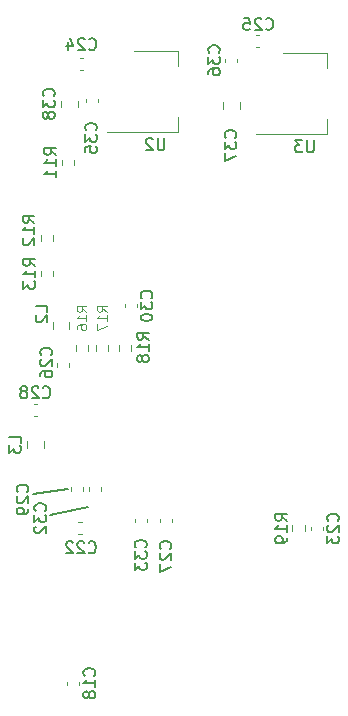
<source format=gbr>
%TF.GenerationSoftware,KiCad,Pcbnew,6.0.4-6f826c9f35~116~ubuntu20.04.1*%
%TF.CreationDate,2022-06-28T22:35:15+00:00*%
%TF.ProjectId,ADCoctoSPI01B,4144436f-6374-46f5-9350-493031422e6b,rev?*%
%TF.SameCoordinates,Original*%
%TF.FileFunction,Legend,Bot*%
%TF.FilePolarity,Positive*%
%FSLAX46Y46*%
G04 Gerber Fmt 4.6, Leading zero omitted, Abs format (unit mm)*
G04 Created by KiCad (PCBNEW 6.0.4-6f826c9f35~116~ubuntu20.04.1) date 2022-06-28 22:35:15*
%MOMM*%
%LPD*%
G01*
G04 APERTURE LIST*
%ADD10C,0.150000*%
%ADD11C,0.100000*%
%ADD12C,0.120000*%
G04 APERTURE END LIST*
D10*
X87200000Y-107300000D02*
X90200000Y-106900000D01*
X88700000Y-109100000D02*
X91900000Y-108400000D01*
%TO.C,U2*%
X98361904Y-77214900D02*
X98361904Y-78024424D01*
X98314285Y-78119662D01*
X98266666Y-78167281D01*
X98171428Y-78214900D01*
X97980952Y-78214900D01*
X97885714Y-78167281D01*
X97838095Y-78119662D01*
X97790476Y-78024424D01*
X97790476Y-77214900D01*
X97361904Y-77310139D02*
X97314285Y-77262520D01*
X97219047Y-77214900D01*
X96980952Y-77214900D01*
X96885714Y-77262520D01*
X96838095Y-77310139D01*
X96790476Y-77405377D01*
X96790476Y-77500615D01*
X96838095Y-77643472D01*
X97409523Y-78214900D01*
X96790476Y-78214900D01*
%TO.C,U3*%
X111000444Y-77393940D02*
X111000444Y-78203464D01*
X110952825Y-78298702D01*
X110905206Y-78346321D01*
X110809968Y-78393940D01*
X110619492Y-78393940D01*
X110524254Y-78346321D01*
X110476635Y-78298702D01*
X110429016Y-78203464D01*
X110429016Y-77393940D01*
X110048063Y-77393940D02*
X109429016Y-77393940D01*
X109762349Y-77774893D01*
X109619492Y-77774893D01*
X109524254Y-77822512D01*
X109476635Y-77870131D01*
X109429016Y-77965369D01*
X109429016Y-78203464D01*
X109476635Y-78298702D01*
X109524254Y-78346321D01*
X109619492Y-78393940D01*
X109905206Y-78393940D01*
X110000444Y-78346321D01*
X110048063Y-78298702D01*
%TO.C,R19*%
X108752380Y-109593142D02*
X108276190Y-109259809D01*
X108752380Y-109021714D02*
X107752380Y-109021714D01*
X107752380Y-109402666D01*
X107800000Y-109497904D01*
X107847619Y-109545523D01*
X107942857Y-109593142D01*
X108085714Y-109593142D01*
X108180952Y-109545523D01*
X108228571Y-109497904D01*
X108276190Y-109402666D01*
X108276190Y-109021714D01*
X108752380Y-110545523D02*
X108752380Y-109974095D01*
X108752380Y-110259809D02*
X107752380Y-110259809D01*
X107895238Y-110164571D01*
X107990476Y-110069333D01*
X108038095Y-109974095D01*
X108752380Y-111021714D02*
X108752380Y-111212190D01*
X108704761Y-111307428D01*
X108657142Y-111355047D01*
X108514285Y-111450285D01*
X108323809Y-111497904D01*
X107942857Y-111497904D01*
X107847619Y-111450285D01*
X107800000Y-111402666D01*
X107752380Y-111307428D01*
X107752380Y-111116952D01*
X107800000Y-111021714D01*
X107847619Y-110974095D01*
X107942857Y-110926476D01*
X108180952Y-110926476D01*
X108276190Y-110974095D01*
X108323809Y-111021714D01*
X108371428Y-111116952D01*
X108371428Y-111307428D01*
X108323809Y-111402666D01*
X108276190Y-111450285D01*
X108180952Y-111497904D01*
%TO.C,R11*%
X89202540Y-78620382D02*
X88726350Y-78287049D01*
X89202540Y-78048954D02*
X88202540Y-78048954D01*
X88202540Y-78429906D01*
X88250160Y-78525144D01*
X88297779Y-78572763D01*
X88393017Y-78620382D01*
X88535874Y-78620382D01*
X88631112Y-78572763D01*
X88678731Y-78525144D01*
X88726350Y-78429906D01*
X88726350Y-78048954D01*
X89202540Y-79572763D02*
X89202540Y-79001335D01*
X89202540Y-79287049D02*
X88202540Y-79287049D01*
X88345398Y-79191811D01*
X88440636Y-79096573D01*
X88488255Y-79001335D01*
X89202540Y-80525144D02*
X89202540Y-79953716D01*
X89202540Y-80239430D02*
X88202540Y-80239430D01*
X88345398Y-80144192D01*
X88440636Y-80048954D01*
X88488255Y-79953716D01*
%TO.C,R12*%
X87352380Y-84357142D02*
X86876190Y-84023809D01*
X87352380Y-83785714D02*
X86352380Y-83785714D01*
X86352380Y-84166666D01*
X86400000Y-84261904D01*
X86447619Y-84309523D01*
X86542857Y-84357142D01*
X86685714Y-84357142D01*
X86780952Y-84309523D01*
X86828571Y-84261904D01*
X86876190Y-84166666D01*
X86876190Y-83785714D01*
X87352380Y-85309523D02*
X87352380Y-84738095D01*
X87352380Y-85023809D02*
X86352380Y-85023809D01*
X86495238Y-84928571D01*
X86590476Y-84833333D01*
X86638095Y-84738095D01*
X86447619Y-85690476D02*
X86400000Y-85738095D01*
X86352380Y-85833333D01*
X86352380Y-86071428D01*
X86400000Y-86166666D01*
X86447619Y-86214285D01*
X86542857Y-86261904D01*
X86638095Y-86261904D01*
X86780952Y-86214285D01*
X87352380Y-85642857D01*
X87352380Y-86261904D01*
%TO.C,R13*%
X87422380Y-88032142D02*
X86946190Y-87698809D01*
X87422380Y-87460714D02*
X86422380Y-87460714D01*
X86422380Y-87841666D01*
X86470000Y-87936904D01*
X86517619Y-87984523D01*
X86612857Y-88032142D01*
X86755714Y-88032142D01*
X86850952Y-87984523D01*
X86898571Y-87936904D01*
X86946190Y-87841666D01*
X86946190Y-87460714D01*
X87422380Y-88984523D02*
X87422380Y-88413095D01*
X87422380Y-88698809D02*
X86422380Y-88698809D01*
X86565238Y-88603571D01*
X86660476Y-88508333D01*
X86708095Y-88413095D01*
X86422380Y-89317857D02*
X86422380Y-89936904D01*
X86803333Y-89603571D01*
X86803333Y-89746428D01*
X86850952Y-89841666D01*
X86898571Y-89889285D01*
X86993809Y-89936904D01*
X87231904Y-89936904D01*
X87327142Y-89889285D01*
X87374761Y-89841666D01*
X87422380Y-89746428D01*
X87422380Y-89460714D01*
X87374761Y-89365476D01*
X87327142Y-89317857D01*
D11*
%TO.C,R16*%
X91761904Y-91885714D02*
X91380952Y-91619047D01*
X91761904Y-91428571D02*
X90961904Y-91428571D01*
X90961904Y-91733333D01*
X91000000Y-91809523D01*
X91038095Y-91847619D01*
X91114285Y-91885714D01*
X91228571Y-91885714D01*
X91304761Y-91847619D01*
X91342857Y-91809523D01*
X91380952Y-91733333D01*
X91380952Y-91428571D01*
X91761904Y-92647619D02*
X91761904Y-92190476D01*
X91761904Y-92419047D02*
X90961904Y-92419047D01*
X91076190Y-92342857D01*
X91152380Y-92266666D01*
X91190476Y-92190476D01*
X90961904Y-93333333D02*
X90961904Y-93180952D01*
X91000000Y-93104761D01*
X91038095Y-93066666D01*
X91152380Y-92990476D01*
X91304761Y-92952380D01*
X91609523Y-92952380D01*
X91685714Y-92990476D01*
X91723809Y-93028571D01*
X91761904Y-93104761D01*
X91761904Y-93257142D01*
X91723809Y-93333333D01*
X91685714Y-93371428D01*
X91609523Y-93409523D01*
X91419047Y-93409523D01*
X91342857Y-93371428D01*
X91304761Y-93333333D01*
X91266666Y-93257142D01*
X91266666Y-93104761D01*
X91304761Y-93028571D01*
X91342857Y-92990476D01*
X91419047Y-92952380D01*
%TO.C,R17*%
X93461904Y-91885714D02*
X93080952Y-91619047D01*
X93461904Y-91428571D02*
X92661904Y-91428571D01*
X92661904Y-91733333D01*
X92700000Y-91809523D01*
X92738095Y-91847619D01*
X92814285Y-91885714D01*
X92928571Y-91885714D01*
X93004761Y-91847619D01*
X93042857Y-91809523D01*
X93080952Y-91733333D01*
X93080952Y-91428571D01*
X93461904Y-92647619D02*
X93461904Y-92190476D01*
X93461904Y-92419047D02*
X92661904Y-92419047D01*
X92776190Y-92342857D01*
X92852380Y-92266666D01*
X92890476Y-92190476D01*
X92661904Y-92914285D02*
X92661904Y-93447619D01*
X93461904Y-93104761D01*
D10*
%TO.C,R18*%
X97052380Y-94257142D02*
X96576190Y-93923809D01*
X97052380Y-93685714D02*
X96052380Y-93685714D01*
X96052380Y-94066666D01*
X96100000Y-94161904D01*
X96147619Y-94209523D01*
X96242857Y-94257142D01*
X96385714Y-94257142D01*
X96480952Y-94209523D01*
X96528571Y-94161904D01*
X96576190Y-94066666D01*
X96576190Y-93685714D01*
X97052380Y-95209523D02*
X97052380Y-94638095D01*
X97052380Y-94923809D02*
X96052380Y-94923809D01*
X96195238Y-94828571D01*
X96290476Y-94733333D01*
X96338095Y-94638095D01*
X96480952Y-95780952D02*
X96433333Y-95685714D01*
X96385714Y-95638095D01*
X96290476Y-95590476D01*
X96242857Y-95590476D01*
X96147619Y-95638095D01*
X96100000Y-95685714D01*
X96052380Y-95780952D01*
X96052380Y-95971428D01*
X96100000Y-96066666D01*
X96147619Y-96114285D01*
X96242857Y-96161904D01*
X96290476Y-96161904D01*
X96385714Y-96114285D01*
X96433333Y-96066666D01*
X96480952Y-95971428D01*
X96480952Y-95780952D01*
X96528571Y-95685714D01*
X96576190Y-95638095D01*
X96671428Y-95590476D01*
X96861904Y-95590476D01*
X96957142Y-95638095D01*
X97004761Y-95685714D01*
X97052380Y-95780952D01*
X97052380Y-95971428D01*
X97004761Y-96066666D01*
X96957142Y-96114285D01*
X96861904Y-96161904D01*
X96671428Y-96161904D01*
X96576190Y-96114285D01*
X96528571Y-96066666D01*
X96480952Y-95971428D01*
%TO.C,C26*%
X88757142Y-95557142D02*
X88804761Y-95509523D01*
X88852380Y-95366666D01*
X88852380Y-95271428D01*
X88804761Y-95128571D01*
X88709523Y-95033333D01*
X88614285Y-94985714D01*
X88423809Y-94938095D01*
X88280952Y-94938095D01*
X88090476Y-94985714D01*
X87995238Y-95033333D01*
X87900000Y-95128571D01*
X87852380Y-95271428D01*
X87852380Y-95366666D01*
X87900000Y-95509523D01*
X87947619Y-95557142D01*
X87947619Y-95938095D02*
X87900000Y-95985714D01*
X87852380Y-96080952D01*
X87852380Y-96319047D01*
X87900000Y-96414285D01*
X87947619Y-96461904D01*
X88042857Y-96509523D01*
X88138095Y-96509523D01*
X88280952Y-96461904D01*
X88852380Y-95890476D01*
X88852380Y-96509523D01*
X87852380Y-97366666D02*
X87852380Y-97176190D01*
X87900000Y-97080952D01*
X87947619Y-97033333D01*
X88090476Y-96938095D01*
X88280952Y-96890476D01*
X88661904Y-96890476D01*
X88757142Y-96938095D01*
X88804761Y-96985714D01*
X88852380Y-97080952D01*
X88852380Y-97271428D01*
X88804761Y-97366666D01*
X88757142Y-97414285D01*
X88661904Y-97461904D01*
X88423809Y-97461904D01*
X88328571Y-97414285D01*
X88280952Y-97366666D01*
X88233333Y-97271428D01*
X88233333Y-97080952D01*
X88280952Y-96985714D01*
X88328571Y-96938095D01*
X88423809Y-96890476D01*
%TO.C,C29*%
X86757142Y-107157142D02*
X86804761Y-107109523D01*
X86852380Y-106966666D01*
X86852380Y-106871428D01*
X86804761Y-106728571D01*
X86709523Y-106633333D01*
X86614285Y-106585714D01*
X86423809Y-106538095D01*
X86280952Y-106538095D01*
X86090476Y-106585714D01*
X85995238Y-106633333D01*
X85900000Y-106728571D01*
X85852380Y-106871428D01*
X85852380Y-106966666D01*
X85900000Y-107109523D01*
X85947619Y-107157142D01*
X85947619Y-107538095D02*
X85900000Y-107585714D01*
X85852380Y-107680952D01*
X85852380Y-107919047D01*
X85900000Y-108014285D01*
X85947619Y-108061904D01*
X86042857Y-108109523D01*
X86138095Y-108109523D01*
X86280952Y-108061904D01*
X86852380Y-107490476D01*
X86852380Y-108109523D01*
X86852380Y-108585714D02*
X86852380Y-108776190D01*
X86804761Y-108871428D01*
X86757142Y-108919047D01*
X86614285Y-109014285D01*
X86423809Y-109061904D01*
X86042857Y-109061904D01*
X85947619Y-109014285D01*
X85900000Y-108966666D01*
X85852380Y-108871428D01*
X85852380Y-108680952D01*
X85900000Y-108585714D01*
X85947619Y-108538095D01*
X86042857Y-108490476D01*
X86280952Y-108490476D01*
X86376190Y-108538095D01*
X86423809Y-108585714D01*
X86471428Y-108680952D01*
X86471428Y-108871428D01*
X86423809Y-108966666D01*
X86376190Y-109014285D01*
X86280952Y-109061904D01*
%TO.C,C32*%
X88257142Y-108757142D02*
X88304761Y-108709523D01*
X88352380Y-108566666D01*
X88352380Y-108471428D01*
X88304761Y-108328571D01*
X88209523Y-108233333D01*
X88114285Y-108185714D01*
X87923809Y-108138095D01*
X87780952Y-108138095D01*
X87590476Y-108185714D01*
X87495238Y-108233333D01*
X87400000Y-108328571D01*
X87352380Y-108471428D01*
X87352380Y-108566666D01*
X87400000Y-108709523D01*
X87447619Y-108757142D01*
X87352380Y-109090476D02*
X87352380Y-109709523D01*
X87733333Y-109376190D01*
X87733333Y-109519047D01*
X87780952Y-109614285D01*
X87828571Y-109661904D01*
X87923809Y-109709523D01*
X88161904Y-109709523D01*
X88257142Y-109661904D01*
X88304761Y-109614285D01*
X88352380Y-109519047D01*
X88352380Y-109233333D01*
X88304761Y-109138095D01*
X88257142Y-109090476D01*
X87447619Y-110090476D02*
X87400000Y-110138095D01*
X87352380Y-110233333D01*
X87352380Y-110471428D01*
X87400000Y-110566666D01*
X87447619Y-110614285D01*
X87542857Y-110661904D01*
X87638095Y-110661904D01*
X87780952Y-110614285D01*
X88352380Y-110042857D01*
X88352380Y-110661904D01*
%TO.C,C23*%
X113039142Y-109605142D02*
X113086761Y-109557523D01*
X113134380Y-109414666D01*
X113134380Y-109319428D01*
X113086761Y-109176571D01*
X112991523Y-109081333D01*
X112896285Y-109033714D01*
X112705809Y-108986095D01*
X112562952Y-108986095D01*
X112372476Y-109033714D01*
X112277238Y-109081333D01*
X112182000Y-109176571D01*
X112134380Y-109319428D01*
X112134380Y-109414666D01*
X112182000Y-109557523D01*
X112229619Y-109605142D01*
X112229619Y-109986095D02*
X112182000Y-110033714D01*
X112134380Y-110128952D01*
X112134380Y-110367047D01*
X112182000Y-110462285D01*
X112229619Y-110509904D01*
X112324857Y-110557523D01*
X112420095Y-110557523D01*
X112562952Y-110509904D01*
X113134380Y-109938476D01*
X113134380Y-110557523D01*
X112134380Y-110890857D02*
X112134380Y-111509904D01*
X112515333Y-111176571D01*
X112515333Y-111319428D01*
X112562952Y-111414666D01*
X112610571Y-111462285D01*
X112705809Y-111509904D01*
X112943904Y-111509904D01*
X113039142Y-111462285D01*
X113086761Y-111414666D01*
X113134380Y-111319428D01*
X113134380Y-111033714D01*
X113086761Y-110938476D01*
X113039142Y-110890857D01*
%TO.C,C18*%
X92414342Y-122707142D02*
X92461961Y-122659523D01*
X92509580Y-122516666D01*
X92509580Y-122421428D01*
X92461961Y-122278571D01*
X92366723Y-122183333D01*
X92271485Y-122135714D01*
X92081009Y-122088095D01*
X91938152Y-122088095D01*
X91747676Y-122135714D01*
X91652438Y-122183333D01*
X91557200Y-122278571D01*
X91509580Y-122421428D01*
X91509580Y-122516666D01*
X91557200Y-122659523D01*
X91604819Y-122707142D01*
X92509580Y-123659523D02*
X92509580Y-123088095D01*
X92509580Y-123373809D02*
X91509580Y-123373809D01*
X91652438Y-123278571D01*
X91747676Y-123183333D01*
X91795295Y-123088095D01*
X91938152Y-124230952D02*
X91890533Y-124135714D01*
X91842914Y-124088095D01*
X91747676Y-124040476D01*
X91700057Y-124040476D01*
X91604819Y-124088095D01*
X91557200Y-124135714D01*
X91509580Y-124230952D01*
X91509580Y-124421428D01*
X91557200Y-124516666D01*
X91604819Y-124564285D01*
X91700057Y-124611904D01*
X91747676Y-124611904D01*
X91842914Y-124564285D01*
X91890533Y-124516666D01*
X91938152Y-124421428D01*
X91938152Y-124230952D01*
X91985771Y-124135714D01*
X92033390Y-124088095D01*
X92128628Y-124040476D01*
X92319104Y-124040476D01*
X92414342Y-124088095D01*
X92461961Y-124135714D01*
X92509580Y-124230952D01*
X92509580Y-124421428D01*
X92461961Y-124516666D01*
X92414342Y-124564285D01*
X92319104Y-124611904D01*
X92128628Y-124611904D01*
X92033390Y-124564285D01*
X91985771Y-124516666D01*
X91938152Y-124421428D01*
%TO.C,C24*%
X91981257Y-69657142D02*
X92028876Y-69704761D01*
X92171733Y-69752380D01*
X92266971Y-69752380D01*
X92409828Y-69704761D01*
X92505066Y-69609523D01*
X92552685Y-69514285D01*
X92600304Y-69323809D01*
X92600304Y-69180952D01*
X92552685Y-68990476D01*
X92505066Y-68895238D01*
X92409828Y-68800000D01*
X92266971Y-68752380D01*
X92171733Y-68752380D01*
X92028876Y-68800000D01*
X91981257Y-68847619D01*
X91600304Y-68847619D02*
X91552685Y-68800000D01*
X91457447Y-68752380D01*
X91219352Y-68752380D01*
X91124114Y-68800000D01*
X91076495Y-68847619D01*
X91028876Y-68942857D01*
X91028876Y-69038095D01*
X91076495Y-69180952D01*
X91647923Y-69752380D01*
X91028876Y-69752380D01*
X90171733Y-69085714D02*
X90171733Y-69752380D01*
X90409828Y-68704761D02*
X90647923Y-69419047D01*
X90028876Y-69419047D01*
%TO.C,C25*%
X106942857Y-67957142D02*
X106990476Y-68004761D01*
X107133333Y-68052380D01*
X107228571Y-68052380D01*
X107371428Y-68004761D01*
X107466666Y-67909523D01*
X107514285Y-67814285D01*
X107561904Y-67623809D01*
X107561904Y-67480952D01*
X107514285Y-67290476D01*
X107466666Y-67195238D01*
X107371428Y-67100000D01*
X107228571Y-67052380D01*
X107133333Y-67052380D01*
X106990476Y-67100000D01*
X106942857Y-67147619D01*
X106561904Y-67147619D02*
X106514285Y-67100000D01*
X106419047Y-67052380D01*
X106180952Y-67052380D01*
X106085714Y-67100000D01*
X106038095Y-67147619D01*
X105990476Y-67242857D01*
X105990476Y-67338095D01*
X106038095Y-67480952D01*
X106609523Y-68052380D01*
X105990476Y-68052380D01*
X105085714Y-67052380D02*
X105561904Y-67052380D01*
X105609523Y-67528571D01*
X105561904Y-67480952D01*
X105466666Y-67433333D01*
X105228571Y-67433333D01*
X105133333Y-67480952D01*
X105085714Y-67528571D01*
X105038095Y-67623809D01*
X105038095Y-67861904D01*
X105085714Y-67957142D01*
X105133333Y-68004761D01*
X105228571Y-68052380D01*
X105466666Y-68052380D01*
X105561904Y-68004761D01*
X105609523Y-67957142D01*
%TO.C,C35*%
X92557142Y-76557142D02*
X92604761Y-76509523D01*
X92652380Y-76366666D01*
X92652380Y-76271428D01*
X92604761Y-76128571D01*
X92509523Y-76033333D01*
X92414285Y-75985714D01*
X92223809Y-75938095D01*
X92080952Y-75938095D01*
X91890476Y-75985714D01*
X91795238Y-76033333D01*
X91700000Y-76128571D01*
X91652380Y-76271428D01*
X91652380Y-76366666D01*
X91700000Y-76509523D01*
X91747619Y-76557142D01*
X91652380Y-76890476D02*
X91652380Y-77509523D01*
X92033333Y-77176190D01*
X92033333Y-77319047D01*
X92080952Y-77414285D01*
X92128571Y-77461904D01*
X92223809Y-77509523D01*
X92461904Y-77509523D01*
X92557142Y-77461904D01*
X92604761Y-77414285D01*
X92652380Y-77319047D01*
X92652380Y-77033333D01*
X92604761Y-76938095D01*
X92557142Y-76890476D01*
X91652380Y-78414285D02*
X91652380Y-77938095D01*
X92128571Y-77890476D01*
X92080952Y-77938095D01*
X92033333Y-78033333D01*
X92033333Y-78271428D01*
X92080952Y-78366666D01*
X92128571Y-78414285D01*
X92223809Y-78461904D01*
X92461904Y-78461904D01*
X92557142Y-78414285D01*
X92604761Y-78366666D01*
X92652380Y-78271428D01*
X92652380Y-78033333D01*
X92604761Y-77938095D01*
X92557142Y-77890476D01*
%TO.C,C36*%
X102965542Y-69974922D02*
X103013161Y-69927303D01*
X103060780Y-69784446D01*
X103060780Y-69689208D01*
X103013161Y-69546351D01*
X102917923Y-69451113D01*
X102822685Y-69403494D01*
X102632209Y-69355875D01*
X102489352Y-69355875D01*
X102298876Y-69403494D01*
X102203638Y-69451113D01*
X102108400Y-69546351D01*
X102060780Y-69689208D01*
X102060780Y-69784446D01*
X102108400Y-69927303D01*
X102156019Y-69974922D01*
X102060780Y-70308256D02*
X102060780Y-70927303D01*
X102441733Y-70593970D01*
X102441733Y-70736827D01*
X102489352Y-70832065D01*
X102536971Y-70879684D01*
X102632209Y-70927303D01*
X102870304Y-70927303D01*
X102965542Y-70879684D01*
X103013161Y-70832065D01*
X103060780Y-70736827D01*
X103060780Y-70451113D01*
X103013161Y-70355875D01*
X102965542Y-70308256D01*
X102060780Y-71784446D02*
X102060780Y-71593970D01*
X102108400Y-71498732D01*
X102156019Y-71451113D01*
X102298876Y-71355875D01*
X102489352Y-71308256D01*
X102870304Y-71308256D01*
X102965542Y-71355875D01*
X103013161Y-71403494D01*
X103060780Y-71498732D01*
X103060780Y-71689208D01*
X103013161Y-71784446D01*
X102965542Y-71832065D01*
X102870304Y-71879684D01*
X102632209Y-71879684D01*
X102536971Y-71832065D01*
X102489352Y-71784446D01*
X102441733Y-71689208D01*
X102441733Y-71498732D01*
X102489352Y-71403494D01*
X102536971Y-71355875D01*
X102632209Y-71308256D01*
%TO.C,C27*%
X98857142Y-111957142D02*
X98904761Y-111909523D01*
X98952380Y-111766666D01*
X98952380Y-111671428D01*
X98904761Y-111528571D01*
X98809523Y-111433333D01*
X98714285Y-111385714D01*
X98523809Y-111338095D01*
X98380952Y-111338095D01*
X98190476Y-111385714D01*
X98095238Y-111433333D01*
X98000000Y-111528571D01*
X97952380Y-111671428D01*
X97952380Y-111766666D01*
X98000000Y-111909523D01*
X98047619Y-111957142D01*
X98047619Y-112338095D02*
X98000000Y-112385714D01*
X97952380Y-112480952D01*
X97952380Y-112719047D01*
X98000000Y-112814285D01*
X98047619Y-112861904D01*
X98142857Y-112909523D01*
X98238095Y-112909523D01*
X98380952Y-112861904D01*
X98952380Y-112290476D01*
X98952380Y-112909523D01*
X97952380Y-113242857D02*
X97952380Y-113909523D01*
X98952380Y-113480952D01*
%TO.C,C30*%
X97257142Y-90757142D02*
X97304761Y-90709523D01*
X97352380Y-90566666D01*
X97352380Y-90471428D01*
X97304761Y-90328571D01*
X97209523Y-90233333D01*
X97114285Y-90185714D01*
X96923809Y-90138095D01*
X96780952Y-90138095D01*
X96590476Y-90185714D01*
X96495238Y-90233333D01*
X96400000Y-90328571D01*
X96352380Y-90471428D01*
X96352380Y-90566666D01*
X96400000Y-90709523D01*
X96447619Y-90757142D01*
X96352380Y-91090476D02*
X96352380Y-91709523D01*
X96733333Y-91376190D01*
X96733333Y-91519047D01*
X96780952Y-91614285D01*
X96828571Y-91661904D01*
X96923809Y-91709523D01*
X97161904Y-91709523D01*
X97257142Y-91661904D01*
X97304761Y-91614285D01*
X97352380Y-91519047D01*
X97352380Y-91233333D01*
X97304761Y-91138095D01*
X97257142Y-91090476D01*
X96352380Y-92328571D02*
X96352380Y-92423809D01*
X96400000Y-92519047D01*
X96447619Y-92566666D01*
X96542857Y-92614285D01*
X96733333Y-92661904D01*
X96971428Y-92661904D01*
X97161904Y-92614285D01*
X97257142Y-92566666D01*
X97304761Y-92519047D01*
X97352380Y-92423809D01*
X97352380Y-92328571D01*
X97304761Y-92233333D01*
X97257142Y-92185714D01*
X97161904Y-92138095D01*
X96971428Y-92090476D01*
X96733333Y-92090476D01*
X96542857Y-92138095D01*
X96447619Y-92185714D01*
X96400000Y-92233333D01*
X96352380Y-92328571D01*
%TO.C,C33*%
X96757142Y-111857142D02*
X96804761Y-111809523D01*
X96852380Y-111666666D01*
X96852380Y-111571428D01*
X96804761Y-111428571D01*
X96709523Y-111333333D01*
X96614285Y-111285714D01*
X96423809Y-111238095D01*
X96280952Y-111238095D01*
X96090476Y-111285714D01*
X95995238Y-111333333D01*
X95900000Y-111428571D01*
X95852380Y-111571428D01*
X95852380Y-111666666D01*
X95900000Y-111809523D01*
X95947619Y-111857142D01*
X95852380Y-112190476D02*
X95852380Y-112809523D01*
X96233333Y-112476190D01*
X96233333Y-112619047D01*
X96280952Y-112714285D01*
X96328571Y-112761904D01*
X96423809Y-112809523D01*
X96661904Y-112809523D01*
X96757142Y-112761904D01*
X96804761Y-112714285D01*
X96852380Y-112619047D01*
X96852380Y-112333333D01*
X96804761Y-112238095D01*
X96757142Y-112190476D01*
X95852380Y-113142857D02*
X95852380Y-113761904D01*
X96233333Y-113428571D01*
X96233333Y-113571428D01*
X96280952Y-113666666D01*
X96328571Y-113714285D01*
X96423809Y-113761904D01*
X96661904Y-113761904D01*
X96757142Y-113714285D01*
X96804761Y-113666666D01*
X96852380Y-113571428D01*
X96852380Y-113285714D01*
X96804761Y-113190476D01*
X96757142Y-113142857D01*
%TO.C,C28*%
X88067857Y-99127142D02*
X88115476Y-99174761D01*
X88258333Y-99222380D01*
X88353571Y-99222380D01*
X88496428Y-99174761D01*
X88591666Y-99079523D01*
X88639285Y-98984285D01*
X88686904Y-98793809D01*
X88686904Y-98650952D01*
X88639285Y-98460476D01*
X88591666Y-98365238D01*
X88496428Y-98270000D01*
X88353571Y-98222380D01*
X88258333Y-98222380D01*
X88115476Y-98270000D01*
X88067857Y-98317619D01*
X87686904Y-98317619D02*
X87639285Y-98270000D01*
X87544047Y-98222380D01*
X87305952Y-98222380D01*
X87210714Y-98270000D01*
X87163095Y-98317619D01*
X87115476Y-98412857D01*
X87115476Y-98508095D01*
X87163095Y-98650952D01*
X87734523Y-99222380D01*
X87115476Y-99222380D01*
X86544047Y-98650952D02*
X86639285Y-98603333D01*
X86686904Y-98555714D01*
X86734523Y-98460476D01*
X86734523Y-98412857D01*
X86686904Y-98317619D01*
X86639285Y-98270000D01*
X86544047Y-98222380D01*
X86353571Y-98222380D01*
X86258333Y-98270000D01*
X86210714Y-98317619D01*
X86163095Y-98412857D01*
X86163095Y-98460476D01*
X86210714Y-98555714D01*
X86258333Y-98603333D01*
X86353571Y-98650952D01*
X86544047Y-98650952D01*
X86639285Y-98698571D01*
X86686904Y-98746190D01*
X86734523Y-98841428D01*
X86734523Y-99031904D01*
X86686904Y-99127142D01*
X86639285Y-99174761D01*
X86544047Y-99222380D01*
X86353571Y-99222380D01*
X86258333Y-99174761D01*
X86210714Y-99127142D01*
X86163095Y-99031904D01*
X86163095Y-98841428D01*
X86210714Y-98746190D01*
X86258333Y-98698571D01*
X86353571Y-98650952D01*
%TO.C,C22*%
X91942857Y-112257142D02*
X91990476Y-112304761D01*
X92133333Y-112352380D01*
X92228571Y-112352380D01*
X92371428Y-112304761D01*
X92466666Y-112209523D01*
X92514285Y-112114285D01*
X92561904Y-111923809D01*
X92561904Y-111780952D01*
X92514285Y-111590476D01*
X92466666Y-111495238D01*
X92371428Y-111400000D01*
X92228571Y-111352380D01*
X92133333Y-111352380D01*
X91990476Y-111400000D01*
X91942857Y-111447619D01*
X91561904Y-111447619D02*
X91514285Y-111400000D01*
X91419047Y-111352380D01*
X91180952Y-111352380D01*
X91085714Y-111400000D01*
X91038095Y-111447619D01*
X90990476Y-111542857D01*
X90990476Y-111638095D01*
X91038095Y-111780952D01*
X91609523Y-112352380D01*
X90990476Y-112352380D01*
X90609523Y-111447619D02*
X90561904Y-111400000D01*
X90466666Y-111352380D01*
X90228571Y-111352380D01*
X90133333Y-111400000D01*
X90085714Y-111447619D01*
X90038095Y-111542857D01*
X90038095Y-111638095D01*
X90085714Y-111780952D01*
X90657142Y-112352380D01*
X90038095Y-112352380D01*
%TO.C,L3*%
X86219020Y-102977653D02*
X86219020Y-102501462D01*
X85219020Y-102501462D01*
X85219020Y-103215748D02*
X85219020Y-103834796D01*
X85599973Y-103501462D01*
X85599973Y-103644320D01*
X85647592Y-103739558D01*
X85695211Y-103787177D01*
X85790449Y-103834796D01*
X86028544Y-103834796D01*
X86123782Y-103787177D01*
X86171401Y-103739558D01*
X86219020Y-103644320D01*
X86219020Y-103358605D01*
X86171401Y-103263367D01*
X86123782Y-103215748D01*
%TO.C,L2*%
X88452380Y-91933333D02*
X88452380Y-91457142D01*
X87452380Y-91457142D01*
X87547619Y-92219047D02*
X87500000Y-92266666D01*
X87452380Y-92361904D01*
X87452380Y-92600000D01*
X87500000Y-92695238D01*
X87547619Y-92742857D01*
X87642857Y-92790476D01*
X87738095Y-92790476D01*
X87880952Y-92742857D01*
X88452380Y-92171428D01*
X88452380Y-92790476D01*
%TO.C,C38*%
X88977142Y-73639442D02*
X89024761Y-73591823D01*
X89072380Y-73448966D01*
X89072380Y-73353728D01*
X89024761Y-73210871D01*
X88929523Y-73115633D01*
X88834285Y-73068014D01*
X88643809Y-73020395D01*
X88500952Y-73020395D01*
X88310476Y-73068014D01*
X88215238Y-73115633D01*
X88120000Y-73210871D01*
X88072380Y-73353728D01*
X88072380Y-73448966D01*
X88120000Y-73591823D01*
X88167619Y-73639442D01*
X88072380Y-73972776D02*
X88072380Y-74591823D01*
X88453333Y-74258490D01*
X88453333Y-74401347D01*
X88500952Y-74496585D01*
X88548571Y-74544204D01*
X88643809Y-74591823D01*
X88881904Y-74591823D01*
X88977142Y-74544204D01*
X89024761Y-74496585D01*
X89072380Y-74401347D01*
X89072380Y-74115633D01*
X89024761Y-74020395D01*
X88977142Y-73972776D01*
X88500952Y-75163252D02*
X88453333Y-75068014D01*
X88405714Y-75020395D01*
X88310476Y-74972776D01*
X88262857Y-74972776D01*
X88167619Y-75020395D01*
X88120000Y-75068014D01*
X88072380Y-75163252D01*
X88072380Y-75353728D01*
X88120000Y-75448966D01*
X88167619Y-75496585D01*
X88262857Y-75544204D01*
X88310476Y-75544204D01*
X88405714Y-75496585D01*
X88453333Y-75448966D01*
X88500952Y-75353728D01*
X88500952Y-75163252D01*
X88548571Y-75068014D01*
X88596190Y-75020395D01*
X88691428Y-74972776D01*
X88881904Y-74972776D01*
X88977142Y-75020395D01*
X89024761Y-75068014D01*
X89072380Y-75163252D01*
X89072380Y-75353728D01*
X89024761Y-75448966D01*
X88977142Y-75496585D01*
X88881904Y-75544204D01*
X88691428Y-75544204D01*
X88596190Y-75496585D01*
X88548571Y-75448966D01*
X88500952Y-75353728D01*
%TO.C,C37*%
X104357142Y-77157142D02*
X104404761Y-77109523D01*
X104452380Y-76966666D01*
X104452380Y-76871428D01*
X104404761Y-76728571D01*
X104309523Y-76633333D01*
X104214285Y-76585714D01*
X104023809Y-76538095D01*
X103880952Y-76538095D01*
X103690476Y-76585714D01*
X103595238Y-76633333D01*
X103500000Y-76728571D01*
X103452380Y-76871428D01*
X103452380Y-76966666D01*
X103500000Y-77109523D01*
X103547619Y-77157142D01*
X103452380Y-77490476D02*
X103452380Y-78109523D01*
X103833333Y-77776190D01*
X103833333Y-77919047D01*
X103880952Y-78014285D01*
X103928571Y-78061904D01*
X104023809Y-78109523D01*
X104261904Y-78109523D01*
X104357142Y-78061904D01*
X104404761Y-78014285D01*
X104452380Y-77919047D01*
X104452380Y-77633333D01*
X104404761Y-77538095D01*
X104357142Y-77490476D01*
X103452380Y-78442857D02*
X103452380Y-79109523D01*
X104452380Y-78680952D01*
D12*
%TO.C,U2*%
X93500000Y-76672520D02*
X99510000Y-76672520D01*
X95750000Y-69852520D02*
X99510000Y-69852520D01*
X99510000Y-69852520D02*
X99510000Y-71112520D01*
X99510000Y-76672520D02*
X99510000Y-75412520D01*
%TO.C,U3*%
X108388540Y-70031560D02*
X112148540Y-70031560D01*
X112148540Y-70031560D02*
X112148540Y-71291560D01*
X112148540Y-76851560D02*
X112148540Y-75591560D01*
X106138540Y-76851560D02*
X112148540Y-76851560D01*
%TO.C,R19*%
X110250500Y-110473258D02*
X110250500Y-109998742D01*
X109205500Y-110473258D02*
X109205500Y-109998742D01*
%TO.C,R11*%
X89657660Y-79025982D02*
X89657660Y-79500498D01*
X90702660Y-79025982D02*
X90702660Y-79500498D01*
%TO.C,R12*%
X87877500Y-85437742D02*
X87877500Y-85912258D01*
X88922500Y-85437742D02*
X88922500Y-85912258D01*
%TO.C,R13*%
X88922500Y-88437742D02*
X88922500Y-88912258D01*
X87877500Y-88437742D02*
X87877500Y-88912258D01*
%TO.C,R16*%
X90877500Y-95207858D02*
X90877500Y-94733342D01*
X91922500Y-95207858D02*
X91922500Y-94733342D01*
%TO.C,R17*%
X93622500Y-95207858D02*
X93622500Y-94733342D01*
X92577500Y-95207858D02*
X92577500Y-94733342D01*
%TO.C,R18*%
X95522500Y-95206018D02*
X95522500Y-94731502D01*
X94477500Y-95206018D02*
X94477500Y-94731502D01*
%TO.C,C26*%
X90310000Y-96284420D02*
X90310000Y-96565580D01*
X89290000Y-96284420D02*
X89290000Y-96565580D01*
%TO.C,C29*%
X91510000Y-107040580D02*
X91510000Y-106759420D01*
X90490000Y-107040580D02*
X90490000Y-106759420D01*
%TO.C,C32*%
X91990000Y-107040580D02*
X91990000Y-106759420D01*
X93010000Y-107040580D02*
X93010000Y-106759420D01*
%TO.C,C23*%
X111762000Y-110388580D02*
X111762000Y-110107420D01*
X110742000Y-110388580D02*
X110742000Y-110107420D01*
%TO.C,C18*%
X90117200Y-123490580D02*
X90117200Y-123209420D01*
X91137200Y-123490580D02*
X91137200Y-123209420D01*
%TO.C,C24*%
X91197820Y-71477600D02*
X91478980Y-71477600D01*
X91197820Y-70457600D02*
X91478980Y-70457600D01*
%TO.C,C25*%
X106126100Y-68490000D02*
X106407260Y-68490000D01*
X106126100Y-69510000D02*
X106407260Y-69510000D01*
%TO.C,C35*%
X91690000Y-74156180D02*
X91690000Y-73875020D01*
X92710000Y-74156180D02*
X92710000Y-73875020D01*
%TO.C,C36*%
X103528400Y-70477200D02*
X103528400Y-70758360D01*
X104548400Y-70477200D02*
X104548400Y-70758360D01*
%TO.C,C27*%
X97990000Y-109459420D02*
X97990000Y-109740580D01*
X99010000Y-109459420D02*
X99010000Y-109740580D01*
%TO.C,C30*%
X96010000Y-91515580D02*
X96010000Y-91234420D01*
X94990000Y-91515580D02*
X94990000Y-91234420D01*
%TO.C,C33*%
X96910000Y-109459420D02*
X96910000Y-109740580D01*
X95890000Y-109459420D02*
X95890000Y-109740580D01*
%TO.C,C28*%
X87565580Y-100710000D02*
X87284420Y-100710000D01*
X87565580Y-99690000D02*
X87284420Y-99690000D01*
%TO.C,C22*%
X91084420Y-110710000D02*
X91365580Y-110710000D01*
X91084420Y-109690000D02*
X91365580Y-109690000D01*
%TO.C,L3*%
X88126640Y-102883068D02*
X88126640Y-103405572D01*
X86706640Y-102883068D02*
X86706640Y-103405572D01*
%TO.C,L2*%
X90310000Y-92813748D02*
X90310000Y-93336252D01*
X88890000Y-92813748D02*
X88890000Y-93336252D01*
%TO.C,C38*%
X89565000Y-74021048D02*
X89565000Y-74543552D01*
X91035000Y-74021048D02*
X91035000Y-74543552D01*
%TO.C,C37*%
X103303400Y-74173448D02*
X103303400Y-74695952D01*
X104773400Y-74173448D02*
X104773400Y-74695952D01*
%TD*%
M02*

</source>
